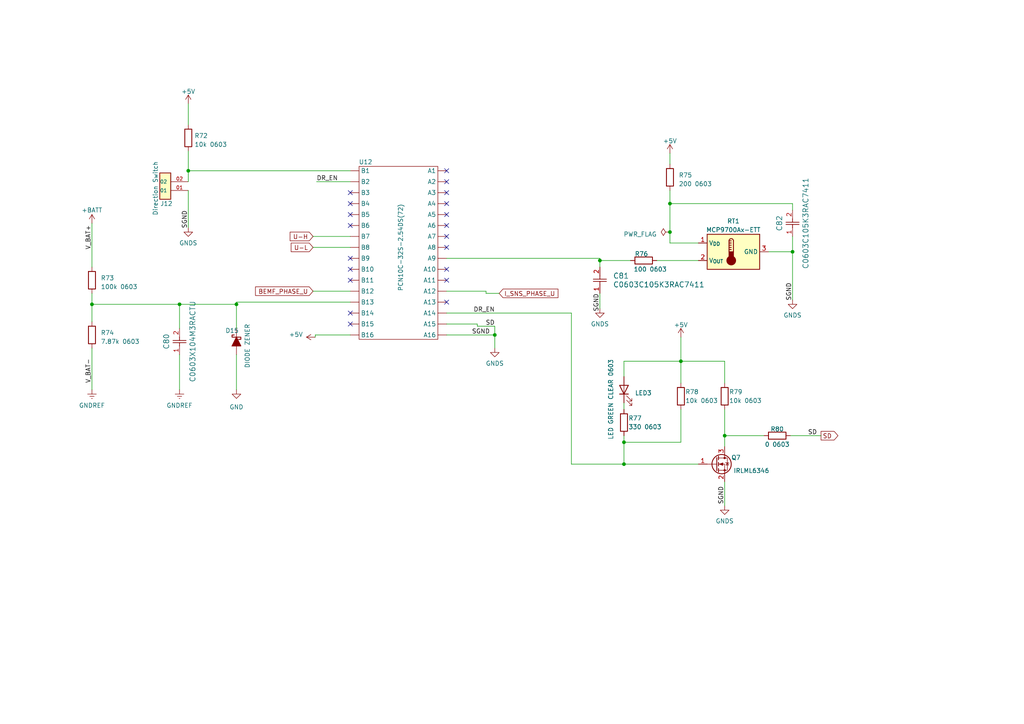
<source format=kicad_sch>
(kicad_sch (version 20231120) (generator "eeschema") (generator_version "8.0")
  (paper "A4")
  (lib_symbols
    (symbol "C0603C105K3RAC7411:C0603C105K3RAC7411" (pin_names (offset 0.254))
      (property "Reference" "C" (at 3.81 3.81 0))
      (property "Value" "C0603C105K3RAC7411" (at 3.81 -3.81 0))
      (symbol "C0603C105K3RAC7411_1_1"
        (polyline (pts (xy 2.54 0) (xy 3.4798 0)) (stroke (width 0.2032)))
        (polyline (pts (xy 3.4798 -1.905) (xy 3.4798 1.905)) (stroke (width 0.2032)))
        (polyline (pts (xy 4.1148 -1.905) (xy 4.1148 1.905)) (stroke (width 0.2032)))
        (polyline (pts (xy 4.1148 0) (xy 5.08 0)) (stroke (width 0.2032)))
        (pin unspecified line (at 0 0 0) (length 2.54) (name "") (number "1"))
        (pin unspecified line (at 7.62 0 180) (length 2.54) (name "") (number "2"))
      )
      (symbol "C0603C105K3RAC7411_1_2"
        (polyline (pts (xy -1.905 -4.1148) (xy 1.905 -4.1148)) (stroke (width 0.2032)))
        (polyline (pts (xy -1.905 -3.4798) (xy 1.905 -3.4798)) (stroke (width 0.2032)))
        (polyline (pts (xy 0 -4.1148) (xy 0 -5.08)) (stroke (width 0.2032)))
        (polyline (pts (xy 0 -2.54) (xy 0 -3.4798)) (stroke (width 0.2032)))
        (pin unspecified line (at 0 0 270) (length 2.54) (name "") (number "1"))
        (pin unspecified line (at 0 -7.62 90) (length 2.54) (name "") (number "2"))
      )
    )
    (symbol "C37:C0603X104M3RACTU" (pin_names (offset 0.254))
      (property "Reference" "C" (at 3.81 3.81 0))
      (property "Value" "C0603X104M3RACTU" (at 3.81 -3.81 0))
      (symbol "C0603X104M3RACTU_1_1"
        (polyline (pts (xy 2.54 0) (xy 3.4798 0)) (stroke (width 0.2032)))
        (polyline (pts (xy 3.4798 -1.905) (xy 3.4798 1.905)) (stroke (width 0.2032)))
        (polyline (pts (xy 4.1148 -1.905) (xy 4.1148 1.905)) (stroke (width 0.2032)))
        (polyline (pts (xy 4.1148 0) (xy 5.08 0)) (stroke (width 0.2032)))
        (pin unspecified line (at 0 0 0) (length 2.54) (name "") (number "1"))
        (pin unspecified line (at 7.62 0 180) (length 2.54) (name "") (number "2"))
      )
      (symbol "C0603X104M3RACTU_1_2"
        (polyline (pts (xy -1.905 -4.1148) (xy 1.905 -4.1148)) (stroke (width 0.2032)))
        (polyline (pts (xy -1.905 -3.4798) (xy 1.905 -3.4798)) (stroke (width 0.2032)))
        (polyline (pts (xy 0 -4.1148) (xy 0 -5.08)) (stroke (width 0.2032)))
        (polyline (pts (xy 0 -2.54) (xy 0 -3.4798)) (stroke (width 0.2032)))
        (pin unspecified line (at 0 0 270) (length 2.54) (name "") (number "1"))
        (pin unspecified line (at 0 -7.62 90) (length 2.54) (name "") (number "2"))
      )
    )
    (symbol "Device:D_Schottky_Filled" (pin_numbers hide) (pin_names (offset 1.016) hide)
      (property "Reference" "D" (at 0 2.54 0))
      (property "Value" "D_Schottky_Filled" (at 0 -2.54 0))
      (symbol "D_Schottky_Filled_0_1"
        (polyline (pts (xy 1.27 0) (xy -1.27 0)))
        (polyline (pts (xy 1.27 1.27) (xy 1.27 -1.27) (xy -1.27 0) (xy 1.27 1.27)) (stroke (width 0.254)) (fill (type outline)))
        (polyline (pts (xy -1.905 0.635) (xy -1.905 1.27) (xy -1.27 1.27) (xy -1.27 -1.27) (xy -0.635 -1.27) (xy -0.635 -0.635)) (stroke (width 0.254)))
      )
      (symbol "D_Schottky_Filled_1_1"
        (pin passive line (at -3.81 0 0) (length 2.54) (name "K") (number "1"))
        (pin passive line (at 3.81 0 180) (length 2.54) (name "A") (number "2"))
      )
    )
    (symbol "Device:LED" (pin_numbers hide) (pin_names (offset 1.016) hide)
      (property "Reference" "D" (at 0 2.54 0))
      (property "Value" "LED" (at 0 -2.54 0))
      (symbol "LED_0_1"
        (polyline (pts (xy -1.27 -1.27) (xy -1.27 1.27)) (stroke (width 0.254)))
        (polyline (pts (xy -1.27 0) (xy 1.27 0)))
        (polyline (pts (xy 1.27 -1.27) (xy 1.27 1.27) (xy -1.27 0) (xy 1.27 -1.27)) (stroke (width 0.254)))
        (polyline (pts (xy -3.048 -0.762) (xy -4.572 -2.286) (xy -3.81 -2.286) (xy -4.572 -2.286) (xy -4.572 -1.524)))
        (polyline (pts (xy -1.778 -0.762) (xy -3.302 -2.286) (xy -2.54 -2.286) (xy -3.302 -2.286) (xy -3.302 -1.524)))
      )
      (symbol "LED_1_1"
        (pin passive line (at -3.81 0 0) (length 2.54) (name "K") (number "1"))
        (pin passive line (at 3.81 0 180) (length 2.54) (name "A") (number "2"))
      )
    )
    (symbol "Device:R" (pin_numbers hide) (pin_names (offset 0))
      (property "Reference" "R" (at 2.032 0 90))
      (property "Value" "R" (at 0 0 90))
      (symbol "R_0_1"
        (rectangle (start -1.016 -2.54) (end 1.016 2.54) (stroke (width 0.254)))
      )
      (symbol "R_1_1"
        (pin passive line (at 0 3.81 270) (length 1.27) (name "~") (number "1"))
        (pin passive line (at 0 -3.81 90) (length 1.27) (name "~") (number "2"))
      )
    )
    (symbol "PCN10C-32S-2:PCN10C-32S-2.54DS(72)"
      (property "Reference" "U?" (at -9.525 26.035 0))
      (property "Value" "PCN10C-32S-2.54DS(72)" (at 0.889 4.699 90))
      (symbol "PCN10C-32S-2.54DS(72)_0_1"
        (rectangle (start -11.43 24.765) (end 11.43 -25.4))
      )
      (symbol "PCN10C-32S-2.54DS(72)_1_1"
        (pin passive line (at 13.97 23.495 180) (length 2.54) (name "A1") (number ""))
        (pin passive line (at 13.97 -5.08 180) (length 2.54) (name "A10") (number ""))
        (pin passive line (at 13.97 -8.255 180) (length 2.54) (name "A11") (number ""))
        (pin passive line (at 13.97 -11.43 180) (length 2.54) (name "A12") (number ""))
        (pin passive line (at 13.97 -14.605 180) (length 2.54) (name "A13") (number ""))
        (pin passive line (at 13.97 -17.78 180) (length 2.54) (name "A14") (number ""))
        (pin passive line (at 13.97 -20.955 180) (length 2.54) (name "A15") (number ""))
        (pin passive line (at 13.97 -24.13 180) (length 2.54) (name "A16") (number ""))
        (pin passive line (at 13.97 20.32 180) (length 2.54) (name "A2") (number ""))
        (pin passive line (at 13.97 17.145 180) (length 2.54) (name "A3") (number ""))
        (pin passive line (at 13.97 13.97 180) (length 2.54) (name "A4") (number ""))
        (pin passive line (at 13.97 10.795 180) (length 2.54) (name "A5") (number ""))
        (pin passive line (at 13.97 7.62 180) (length 2.54) (name "A6") (number ""))
        (pin passive line (at 13.97 4.445 180) (length 2.54) (name "A7") (number ""))
        (pin passive line (at 13.97 1.27 180) (length 2.54) (name "A8") (number ""))
        (pin passive line (at 13.97 -1.905 180) (length 2.54) (name "A9") (number ""))
        (pin passive line (at -13.97 23.495 0) (length 2.54) (name "B1") (number ""))
        (pin passive line (at -13.97 -5.08 0) (length 2.54) (name "B10") (number ""))
        (pin passive line (at -13.97 -8.255 0) (length 2.54) (name "B11") (number ""))
        (pin passive line (at -13.97 -11.43 0) (length 2.54) (name "B12") (number ""))
        (pin passive line (at -13.97 -14.605 0) (length 2.54) (name "B13") (number ""))
        (pin passive line (at -13.97 -17.78 0) (length 2.54) (name "B14") (number ""))
        (pin passive line (at -13.97 -20.955 0) (length 2.54) (name "B15") (number ""))
        (pin passive line (at -13.97 -24.13 0) (length 2.54) (name "B16") (number ""))
        (pin passive line (at -13.97 20.32 0) (length 2.54) (name "B2") (number ""))
        (pin passive line (at -13.97 17.145 0) (length 2.54) (name "B3") (number ""))
        (pin passive line (at -13.97 13.97 0) (length 2.54) (name "B4") (number ""))
        (pin passive line (at -13.97 10.795 0) (length 2.54) (name "B5") (number ""))
        (pin passive line (at -13.97 7.62 0) (length 2.54) (name "B6") (number ""))
        (pin passive line (at -13.97 4.445 0) (length 2.54) (name "B7") (number ""))
        (pin passive line (at -13.97 1.27 0) (length 2.54) (name "B8") (number ""))
        (pin passive line (at -13.97 -1.905 0) (length 2.54) (name "B9") (number ""))
      )
    )
    (symbol "Sensor_Temperature:MCP9700Ax-ETT"
      (property "Reference" "U?" (at -5.08 6.35 0))
      (property "Value" "MCP9700Ax-ETT" (at 7.62 -6.35 0))
      (symbol "MCP9700Ax-ETT_0_1"
        (rectangle (start -7.62 5.08) (end 7.62 -5.08) (stroke (width 0.254)) (fill (type background)))
        (rectangle (start -1.27 0) (end 0 -1.905) (stroke (width 0.254)) (fill (type outline)))
        (circle (center -0.635 -2.54) (radius 1.27) (stroke (width 0.254)) (fill (type outline)))
        (polyline (pts (xy -1.27 0.635) (xy -0.635 0.635)) (stroke (width 0.254)))
        (polyline (pts (xy -1.27 1.27) (xy -0.635 1.27)) (stroke (width 0.254)))
        (polyline (pts (xy -1.27 1.905) (xy -0.635 1.905)) (stroke (width 0.254)))
        (polyline (pts (xy -1.27 2.54) (xy -0.635 2.54)) (stroke (width 0.254)))
        (polyline (pts (xy -1.27 3.175) (xy -1.27 0)) (stroke (width 0.254)))
        (polyline (pts (xy -1.27 3.175) (xy -0.635 3.175)) (stroke (width 0.254)))
        (polyline (pts (xy 0 3.175) (xy 0 0)) (stroke (width 0.254)))
        (arc (start 0 3.175) (mid -0.635 3.8073) (end -1.27 3.175) (stroke (width 0.254)))
      )
      (symbol "MCP9700Ax-ETT_1_1"
        (pin power_in line (at -10.16 2.54 0) (length 2.54) (name "V_{DD}") (number "1"))
        (pin output line (at -10.16 -2.54 0) (length 2.54) (name "V_{OUT}") (number "2"))
        (pin power_in line (at 10.16 0 180) (length 2.54) (name "GND") (number "3"))
      )
    )
    (symbol "TSW-102-08-L-S:TSW-102-08-L-S" (pin_names (offset 1.016))
      (property "Reference" "J?" (at 0 6.35 0))
      (property "Value" "TSW-102-08-L-S" (at 0 3.81 0))
      (symbol "TSW-102-08-L-S_0_0"
        (rectangle (start -7.62 5.08) (end -4.445 -2.54) (stroke (width 0.254)) (fill (type background)))
        (pin passive line (at -12.7 2.54 0) (length 5.08) (name "01") (number "01"))
        (pin passive line (at -12.7 0 0) (length 5.08) (name "02") (number "02"))
      )
    )
    (symbol "Transistor_FET:IRLML0030" (pin_names hide)
      (property "Reference" "Q" (at 5.08 1.905 0))
      (property "Value" "IRLML0030" (at 5.08 0 0))
      (symbol "IRLML0030_0_1"
        (polyline (pts (xy 0.254 0) (xy -2.54 0)))
        (polyline (pts (xy 0.254 1.905) (xy 0.254 -1.905)) (stroke (width 0.254)))
        (polyline (pts (xy 0.762 -1.27) (xy 0.762 -2.286)) (stroke (width 0.254)))
        (polyline (pts (xy 0.762 0.508) (xy 0.762 -0.508)) (stroke (width 0.254)))
        (polyline (pts (xy 0.762 2.286) (xy 0.762 1.27)) (stroke (width 0.254)))
        (polyline (pts (xy 2.54 2.54) (xy 2.54 1.778)))
        (polyline (pts (xy 2.54 -2.54) (xy 2.54 0) (xy 0.762 0)))
        (polyline (pts (xy 0.762 -1.778) (xy 3.302 -1.778) (xy 3.302 1.778) (xy 0.762 1.778)))
        (polyline (pts (xy 1.016 0) (xy 2.032 0.381) (xy 2.032 -0.381) (xy 1.016 0)) (fill (type outline)))
        (polyline (pts (xy 2.794 0.508) (xy 2.921 0.381) (xy 3.683 0.381) (xy 3.81 0.254)))
        (polyline (pts (xy 3.302 0.381) (xy 2.921 -0.254) (xy 3.683 -0.254) (xy 3.302 0.381)))
        (circle (center 1.651 0) (radius 2.794) (stroke (width 0.254)))
        (circle (center 2.54 -1.778) (radius 0.254) (fill (type outline)))
        (circle (center 2.54 1.778) (radius 0.254) (fill (type outline)))
      )
      (symbol "IRLML0030_1_1"
        (pin input line (at -5.08 0 0) (length 2.54) (name "G") (number "1"))
        (pin passive line (at 2.54 -5.08 90) (length 2.54) (name "S") (number "2"))
        (pin passive line (at 2.54 5.08 270) (length 2.54) (name "D") (number "3"))
      )
    )
    (symbol "power:+5V" (power) (pin_names (offset 0))
      (property "Value" "+5V" (at 0 3.556 0))
      (symbol "+5V_0_1"
        (polyline (pts (xy -0.762 1.27) (xy 0 2.54)))
        (polyline (pts (xy 0 0) (xy 0 2.54)))
        (polyline (pts (xy 0 2.54) (xy 0.762 1.27)))
      )
      (symbol "+5V_1_1"
        (pin power_in line (at 0 0 90) (length 0) hide (name "+5V") (number "1"))
      )
    )
    (symbol "power:+BATT" (power) (pin_names (offset 0))
      (property "Value" "+BATT" (at 0 3.556 0))
      (symbol "+BATT_0_1"
        (polyline (pts (xy -0.762 1.27) (xy 0 2.54)))
        (polyline (pts (xy 0 0) (xy 0 2.54)))
        (polyline (pts (xy 0 2.54) (xy 0.762 1.27)))
      )
      (symbol "+BATT_1_1"
        (pin power_in line (at 0 0 90) (length 0) hide (name "+BATT") (number "1"))
      )
    )
    (symbol "power:GND" (power) (pin_names (offset 0))
      (property "Value" "GND" (at 0 -3.81 0))
      (symbol "GND_0_1"
        (polyline (pts (xy 0 0) (xy 0 -1.27) (xy 1.27 -1.27) (xy 0 -2.54) (xy -1.27 -1.27) (xy 0 -1.27)))
      )
      (symbol "GND_1_1"
        (pin power_in line (at 0 0 270) (length 0) hide (name "GND") (number "1"))
      )
    )
    (symbol "power:GNDREF" (power) (pin_names (offset 0))
      (property "Value" "GNDREF" (at 0 -3.81 0))
      (symbol "GNDREF_0_1"
        (polyline (pts (xy -0.635 -1.905) (xy 0.635 -1.905)))
        (polyline (pts (xy -0.127 -2.54) (xy 0.127 -2.54)))
        (polyline (pts (xy 0 -1.27) (xy 0 0)))
        (polyline (pts (xy 1.27 -1.27) (xy -1.27 -1.27)))
      )
      (symbol "GNDREF_1_1"
        (pin power_in line (at 0 0 270) (length 0) hide (name "GNDREF") (number "1"))
      )
    )
    (symbol "power:GNDS" (power) (pin_names (offset 0))
      (property "Value" "GNDS" (at 0 -3.81 0))
      (symbol "GNDS_0_1"
        (polyline (pts (xy 0 0) (xy 0 -1.27) (xy 1.27 -1.27) (xy 0 -2.54) (xy -1.27 -1.27) (xy 0 -1.27)))
      )
      (symbol "GNDS_1_1"
        (pin power_in line (at 0 0 270) (length 0) hide (name "GNDS") (number "1"))
      )
    )
    (symbol "power:PWR_FLAG" (power) (pin_numbers hide) (pin_names (offset 0) hide)
      (property "Value" "PWR_FLAG" (at 0 3.81 0))
      (symbol "PWR_FLAG_0_0"
        (pin power_out line (at 0 0 90) (length 0) (name "pwr") (number "1"))
      )
      (symbol "PWR_FLAG_0_1"
        (polyline (pts (xy 0 0) (xy 0 1.27) (xy -1.016 1.905) (xy 0 2.54) (xy 1.016 1.905) (xy 0 1.27)))
      )
    )
  )
  (junction (at 229.87 73.025))
  (junction (at 180.975 128.27))
  (junction (at 26.67 88.265))
  (junction (at 194.31 67.31))
  (junction (at 180.975 134.62))
  (junction (at 143.51 97.155))
  (junction (at 173.99 75.565))
  (junction (at 194.31 59.055))
  (junction (at 52.07 88.265))
  (junction (at 197.485 104.775))
  (junction (at 54.61 49.53))
  (junction (at 210.185 126.365))
  (junction (at 68.58 88.265))
  (no_connect (at 129.54 59.055))
  (no_connect (at 101.6 55.88))
  (no_connect (at 129.54 71.755))
  (no_connect (at 129.54 81.28))
  (no_connect (at 129.54 68.58))
  (no_connect (at 101.6 74.93))
  (no_connect (at 129.54 52.705))
  (no_connect (at 101.6 81.28))
  (no_connect (at 129.54 62.23))
  (no_connect (at 129.54 87.63))
  (no_connect (at 129.54 55.88))
  (no_connect (at 101.6 62.23))
  (no_connect (at 101.6 65.405))
  (no_connect (at 101.6 90.805))
  (no_connect (at 101.6 78.105))
  (no_connect (at 129.54 78.105))
  (no_connect (at 129.54 65.405))
  (no_connect (at 129.54 49.53))
  (no_connect (at 101.6 59.055))
  (no_connect (at 101.6 93.98))
  (wire (pts (xy 194.31 59.055) (xy 194.31 55.245)))
  (wire (pts (xy 129.54 90.805) (xy 165.735 90.805)))
  (wire (pts (xy 90.805 68.58) (xy 101.6 68.58)))
  (wire (pts (xy 26.67 64.77) (xy 26.67 77.47)))
  (wire (pts (xy 165.735 90.805) (xy 165.735 134.62)))
  (wire (pts (xy 54.61 49.53) (xy 101.6 49.53)))
  (wire (pts (xy 129.54 97.155) (xy 143.51 97.155)))
  (wire (pts (xy 190.5 75.565) (xy 202.565 75.565)))
  (wire (pts (xy 52.07 88.265) (xy 68.58 88.265)))
  (wire (pts (xy 194.31 44.45) (xy 194.31 47.625)))
  (wire (pts (xy 202.565 134.62) (xy 180.975 134.62)))
  (wire (pts (xy 91.44 97.155) (xy 101.6 97.155)))
  (wire (pts (xy 140.97 85.09) (xy 144.78 85.09)))
  (wire (pts (xy 68.58 87.63) (xy 68.58 88.265)))
  (wire (pts (xy 140.97 84.455) (xy 140.97 85.09)))
  (wire (pts (xy 180.975 116.84) (xy 180.975 118.745)))
  (wire (pts (xy 173.99 74.93) (xy 173.99 75.565)))
  (wire (pts (xy 68.58 87.63) (xy 101.6 87.63)))
  (wire (pts (xy 210.185 126.365) (xy 221.615 126.365)))
  (wire (pts (xy 90.805 71.755) (xy 101.6 71.755)))
  (wire (pts (xy 91.821 52.705) (xy 101.6 52.705)))
  (wire (pts (xy 173.99 75.565) (xy 173.99 77.47)))
  (wire (pts (xy 197.485 128.27) (xy 180.975 128.27)))
  (wire (pts (xy 165.735 134.62) (xy 180.975 134.62)))
  (wire (pts (xy 54.61 49.53) (xy 54.61 52.705)))
  (wire (pts (xy 229.87 59.055) (xy 229.87 60.96)))
  (wire (pts (xy 138.43 94.615) (xy 143.51 94.615)))
  (wire (pts (xy 229.87 73.025) (xy 222.885 73.025)))
  (wire (pts (xy 180.975 128.27) (xy 180.975 134.62)))
  (wire (pts (xy 210.185 118.745) (xy 210.185 126.365)))
  (wire (pts (xy 68.58 88.265) (xy 68.58 95.25)))
  (wire (pts (xy 173.99 85.09) (xy 173.99 89.535)))
  (wire (pts (xy 26.67 85.09) (xy 26.67 88.265)))
  (wire (pts (xy 210.185 104.775) (xy 197.485 104.775)))
  (wire (pts (xy 101.6 84.455) (xy 90.805 84.455)))
  (wire (pts (xy 129.54 93.98) (xy 138.43 93.98)))
  (wire (pts (xy 197.485 104.775) (xy 180.975 104.775)))
  (wire (pts (xy 197.485 97.79) (xy 197.485 104.775)))
  (wire (pts (xy 143.51 97.155) (xy 143.51 100.965)))
  (wire (pts (xy 138.43 93.98) (xy 138.43 94.615)))
  (wire (pts (xy 52.07 88.265) (xy 52.07 95.25)))
  (wire (pts (xy 54.61 55.245) (xy 54.61 66.04)))
  (wire (pts (xy 229.235 126.365) (xy 238.125 126.365)))
  (wire (pts (xy 180.975 104.775) (xy 180.975 109.22)))
  (wire (pts (xy 143.51 94.615) (xy 143.51 97.155)))
  (wire (pts (xy 129.54 74.93) (xy 173.99 74.93)))
  (wire (pts (xy 202.565 70.485) (xy 194.31 70.485)))
  (wire (pts (xy 180.975 126.365) (xy 180.975 128.27)))
  (wire (pts (xy 197.485 118.745) (xy 197.485 128.27)))
  (wire (pts (xy 197.485 111.125) (xy 197.485 104.775)))
  (wire (pts (xy 229.87 68.58) (xy 229.87 73.025)))
  (wire (pts (xy 210.185 139.7) (xy 210.185 146.685)))
  (wire (pts (xy 210.185 111.125) (xy 210.185 104.775)))
  (wire (pts (xy 26.67 100.965) (xy 26.67 113.03)))
  (wire (pts (xy 26.67 88.265) (xy 52.07 88.265)))
  (wire (pts (xy 52.07 102.87) (xy 52.07 113.03)))
  (wire (pts (xy 26.67 88.265) (xy 26.67 93.345)))
  (wire (pts (xy 173.99 75.565) (xy 182.88 75.565)))
  (wire (pts (xy 210.185 126.365) (xy 210.185 129.54)))
  (wire (pts (xy 91.44 97.155) (xy 91.44 97.79)))
  (wire (pts (xy 54.61 30.099) (xy 54.61 36.195)))
  (wire (pts (xy 229.87 73.025) (xy 229.87 86.995)))
  (wire (pts (xy 194.31 67.31) (xy 194.31 59.055)))
  (wire (pts (xy 68.58 102.87) (xy 68.58 113.03)))
  (wire (pts (xy 194.31 59.055) (xy 229.87 59.055)))
  (wire (pts (xy 194.31 70.485) (xy 194.31 67.31)))
  (wire (pts (xy 129.54 84.455) (xy 140.97 84.455)))
  (wire (pts (xy 54.61 43.815) (xy 54.61 49.53)))
  (label "SGND" (at 173.99 85.09 270))
  (label "SGND" (at 210.185 140.97 270))
  (label "V_BAT-" (at 26.67 111.125 90))
  (label "SGND" (at 142.113 97.155 180))
  (label "DR_EN" (at 91.821 52.705 0))
  (label "SD" (at 234.315 126.365 0))
  (label "SGND" (at 229.87 81.915 270))
  (label "SGND" (at 54.61 60.96 270))
  (label "DR_EN" (at 143.51 90.805 180))
  (label "SD" (at 143.51 94.615 180))
  (label "V_BAT+" (at 26.67 72.39 90))
  (global_label "SD" (shape output) (at 238.125 126.365 0) (property "Intersheetrefs" "${INTERSHEET_REFS}" (effects (hide yes))))
  (global_label "BEMF_PHASE_U" (shape input) (at 90.805 84.455 180) (property "Intersheetrefs" "${INTERSHEET_REFS}" (effects (hide yes))))
  (global_label "U-H" (shape input) (at 90.805 68.58 180) (property "Intersheetrefs" "${INTERSHEET_REFS}" (effects (hide yes))))
  (global_label "U-L" (shape input) (at 90.805 71.755 180) (property "Intersheetrefs" "${INTERSHEET_REFS}" (effects (hide yes))))
  (global_label "I_SNS_PHASE_U" (shape input) (at 144.78 85.09 0) (property "Intersheetrefs" "${INTERSHEET_REFS}" (effects (hide yes))))
  (symbol (lib_id "Device:LED") (at 180.975 113.03 90) (unit 1)
    (property "Reference" "LED3" (at 184.15 113.9825 90) (effects (justify right)))
    (property "Value" "LED GREEN CLEAR 0603" (at 177.165 104.14 0) (effects (justify right)))
  )
  (symbol (lib_id "PCN10C-32S-2:PCN10C-32S-2.54DS(72)") (at 115.57 73.025 0) (unit 1)
    (property "Reference" "U12" (at 106.045 46.99 0))
    (property "Value" "PCN10C-32S-2.54DS(72)" (at 116.205 71.755 90))
  )
  (symbol (lib_id "Device:D_Schottky_Filled") (at 68.58 99.06 90) (mirror x) (unit 1)
    (property "Reference" "D15" (at 67.31 95.885 90))
    (property "Value" "DIODE ZENER" (at 71.755 100.33 0))
  )
  (symbol (lib_id "power:GNDS") (at 210.185 146.685 0) (unit 1)
    (property "Reference" "#PWR083" (effects (hide yes)))
    (property "Value" "GNDS" (at 210.185 151.13 0))
  )
  (symbol (lib_id "Device:R") (at 225.425 126.365 270) (unit 1)
    (property "Reference" "R80" (at 225.425 124.46 90))
    (property "Value" "0 0603" (at 225.425 128.905 90))
  )
  (symbol (lib_id "power:GNDS") (at 173.99 89.535 0) (unit 1)
    (property "Reference" "#PWR079" (effects (hide yes)))
    (property "Value" "GNDS" (at 173.99 93.98 0))
  )
  (symbol (lib_id "power:+BATT") (at 26.67 64.77 0) (unit 1)
    (property "Reference" "#PWR077" (effects (hide yes)))
    (property "Value" "+BATT" (at 26.67 60.96 0))
  )
  (symbol (lib_id "power:GNDREF") (at 52.07 113.03 0) (unit 1)
    (property "Reference" "#PWR09" (effects (hide yes)))
    (property "Value" "GNDREF" (at 52.07 117.602 0))
  )
  (symbol (lib_id "power:GNDS") (at 143.51 100.965 0) (unit 1)
    (property "Reference" "#PWR08" (effects (hide yes)))
    (property "Value" "GNDS" (at 143.51 105.41 0))
  )
  (symbol (lib_id "power:GND") (at 68.58 113.03 0) (unit 1)
    (property "Reference" "#PWR011" (effects (hide yes)))
    (property "Value" "GND" (at 68.58 118.0592 0))
  )
  (symbol (lib_id "Device:R") (at 26.67 81.28 0) (unit 1)
    (property "Reference" "R73" (at 29.21 80.645 0) (effects (justify left)))
    (property "Value" "100k 0603" (at 29.21 83.185 0) (effects (justify left)))
  )
  (symbol (lib_id "Device:R") (at 194.31 51.435 180) (unit 1)
    (property "Reference" "R75" (at 196.85 50.8 0) (effects (justify right)))
    (property "Value" "200 0603" (at 196.85 53.34 0) (effects (justify right)))
  )
  (symbol (lib_id "Device:R") (at 197.485 114.935 180) (unit 1)
    (property "Reference" "R78" (at 198.755 113.665 0) (effects (justify right)))
    (property "Value" "10k 0603" (at 198.755 116.205 0) (effects (justify right)))
  )
  (symbol (lib_id "power:+5V") (at 54.61 30.099 0) (unit 1)
    (property "Reference" "#PWR06" (effects (hide yes)))
    (property "Value" "+5V" (at 54.61 26.543 0))
  )
  (symbol (lib_id "C0603C105K3RAC7411:C0603C105K3RAC7411") (at 229.87 68.58 90) (unit 1)
    (property "Reference" "C82" (at 226.06 64.77 0) (effects (font (size 1.524 1.524))))
    (property "Value" "C0603C105K3RAC7411" (at 233.68 64.77 0) (effects (font (size 1.524 1.524))))
    (property "Footprint" "just-footprints:CAPC17595_95N_KEM" (effects (hide yes)))
    (property "Datasheet" "C0603C105K3RAC7411" (effects (hide yes)))
  )
  (symbol (lib_id "power:+5V") (at 197.485 97.79 0) (unit 1)
    (property "Reference" "#PWR082" (effects (hide yes)))
    (property "Value" "+5V" (at 197.485 94.234 0))
  )
  (symbol (lib_id "power:PWR_FLAG") (at 194.31 67.31 90) (unit 1)
    (property "Reference" "#FLG016" (effects (hide yes)))
    (property "Value" "PWR_FLAG" (at 190.5 67.945 90) (effects (justify left)))
  )
  (symbol (lib_id "Device:R") (at 26.67 97.155 0) (unit 1)
    (property "Reference" "R74" (at 29.21 96.52 0) (effects (justify left)))
    (property "Value" "7.87k 0603" (at 29.21 99.06 0) (effects (justify left)))
  )
  (symbol (lib_id "C37:C0603X104M3RACTU") (at 52.07 102.87 90) (unit 1)
    (property "Reference" "C80" (at 48.26 99.06 0) (effects (font (size 1.524 1.524))))
    (property "Value" "C0603X104M3RACTU" (at 55.88 99.06 0) (effects (font (size 1.524 1.524))))
    (property "Footprint" "just-footprints:CAPC17795_95N_KEM" (effects (hide yes)))
    (property "Datasheet" "C0603X104M3RACTU" (effects (hide yes)))
  )
  (symbol (lib_id "power:+5V") (at 194.31 44.45 0) (unit 1)
    (property "Reference" "#PWR080" (effects (hide yes)))
    (property "Value" "+5V" (at 194.31 40.894 0))
  )
  (symbol (lib_id "Device:R") (at 180.975 122.555 180) (unit 1)
    (property "Reference" "R77" (at 182.245 121.285 0) (effects (justify right)))
    (property "Value" "330 0603" (at 182.245 123.825 0) (effects (justify right)))
  )
  (symbol (lib_id "Transistor_FET:IRLML0030") (at 207.645 134.62 0) (unit 1)
    (property "Reference" "Q7" (at 212.09 132.715 0) (effects (justify left)))
    (property "Value" "IRLML6346" (at 212.725 136.525 0) (effects (justify left)))
    (property "Footprint" "Package_TO_SOT_SMD:SOT-23" (effects (hide yes)))
    (property "Datasheet" "https://www.infineon.com/dgdl/irlml0030pbf.pdf?fileId=5546d462533600a401535664773825df" (effects (hide yes)))
  )
  (symbol (lib_id "TSW-102-08-L-S:TSW-102-08-L-S") (at 41.91 52.705 180) (unit 1)
    (property "Reference" "J12" (at 48.26 59.055 0))
    (property "Value" "Direction Switch" (at 45.085 54.61 90))
    (property "Footprint" "TSW-102-08-L-S:SAMTEC_TSW-102-08-L-S" (effects (hide yes)))
    (property "PARTREV" "R" (effects (hide yes)))
    (property "STANDARD" "Manufacturer Recommendations" (effects (hide yes)))
    (property "MANUFACTURER" "Samtec Inc." (effects (hide yes)))
  )
  (symbol (lib_id "power:GNDS") (at 229.87 86.995 0) (unit 1)
    (property "Reference" "#PWR081" (effects (hide yes)))
    (property "Value" "GNDS" (at 229.87 91.44 0))
  )
  (symbol (lib_id "Device:R") (at 54.61 40.005 0) (unit 1)
    (property "Reference" "R72" (at 56.388 39.37 0) (effects (justify left)))
    (property "Value" "10k 0603" (at 56.388 41.91 0) (effects (justify left)))
  )
  (symbol (lib_id "Device:R") (at 186.69 75.565 90) (unit 1)
    (property "Reference" "R76" (at 186.055 73.66 90))
    (property "Value" "100 0603" (at 188.595 78.105 90))
  )
  (symbol (lib_id "Device:R") (at 210.185 114.935 180) (unit 1)
    (property "Reference" "R79" (at 211.455 113.665 0) (effects (justify right)))
    (property "Value" "10k 0603" (at 211.455 116.205 0) (effects (justify right)))
  )
  (symbol (lib_id "power:+5V") (at 91.44 97.79 90) (unit 1)
    (property "Reference" "#PWR010" (effects (hide yes)))
    (property "Value" "+5V" (at 87.884 97.028 90) (effects (justify left)))
  )
  (symbol (lib_id "power:GNDREF") (at 26.67 113.03 0) (unit 1)
    (property "Reference" "#PWR07" (effects (hide yes)))
    (property "Value" "GNDREF" (at 26.67 117.602 0))
  )
  (symbol (lib_id "Sensor_Temperature:MCP9700Ax-ETT") (at 212.725 73.025 0) (unit 1)
    (property "Reference" "RT1" (at 212.725 64.135 0))
    (property "Value" "MCP9700Ax-ETT" (at 212.725 66.675 0))
    (property "Footprint" "Package_TO_SOT_SMD:SOT-23" (effects (hide yes)))
    (property "Datasheet" "http://ww1.microchip.com/downloads/en/devicedoc/20001942g.pdf" (effects (hide yes)))
  )
  (symbol (lib_id "power:GNDS") (at 54.61 66.04 0) (unit 1)
    (property "Reference" "#PWR078" (effects (hide yes)))
    (property "Value" "GNDS" (at 54.61 70.485 0))
  )
  (symbol (lib_id "C0603C105K3RAC7411:C0603C105K3RAC7411") (at 173.99 85.09 90) (unit 1)
    (property "Reference" "C81" (at 177.8 80.0099 90) (effects (font (size 1.524 1.524)) (justify right)))
    (property "Value" "C0603C105K3RAC7411" (at 177.8 82.5499 90) (effects (font (size 1.524 1.524)) (justify right)))
    (property "Footprint" "just-footprints:CAPC17595_95N_KEM" (effects (hide yes)))
    (property "Datasheet" "C0603C105K3RAC7411" (effects (hide yes)))
  )
)
</source>
